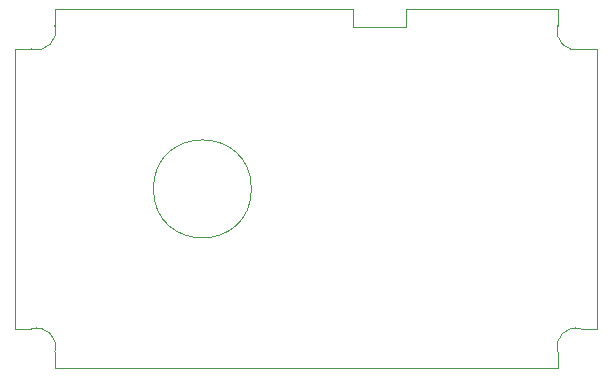
<source format=gbr>
G04 #@! TF.FileFunction,Profile,NP*
%FSLAX46Y46*%
G04 Gerber Fmt 4.6, Leading zero omitted, Abs format (unit mm)*
G04 Created by KiCad (PCBNEW 0.201511300701+6336~38~ubuntu14.04.1-stable) date Wed 02 Dec 2015 03:43:02 PM EET*
%MOMM*%
G01*
G04 APERTURE LIST*
%ADD10C,0.100000*%
G04 APERTURE END LIST*
D10*
X138500000Y-71500000D02*
X138500000Y-69970467D01*
X143000000Y-71500000D02*
X143000000Y-69970467D01*
X111246463Y-97020467D02*
X109876698Y-97020467D01*
X111246463Y-97020467D02*
G75*
G02X113226698Y-99000701I480235J-1500000D01*
G01*
X143000000Y-69970467D02*
X155826698Y-69970467D01*
X113226698Y-69970467D02*
X138500000Y-69970467D01*
X138500000Y-71500000D02*
X143000000Y-71500000D01*
X159176698Y-97020467D02*
X159176698Y-73320467D01*
X157806932Y-97020467D02*
X159176698Y-97020467D01*
X155826698Y-100370467D02*
X155826698Y-99000701D01*
X113226698Y-100370467D02*
X113226698Y-99000701D01*
X111246463Y-73320467D02*
X109876698Y-73320467D01*
X113226698Y-69970467D02*
X113226698Y-71340233D01*
X129876698Y-85170467D02*
G75*
G03X129876698Y-85170467I-4150000J0D01*
G01*
X113226698Y-100370467D02*
X155826698Y-100370467D01*
X109876698Y-73320467D02*
X109876698Y-97020467D01*
X113226698Y-71340233D02*
G75*
G02X111246463Y-73320467I-1500000J-480234D01*
G01*
X157806933Y-73320467D02*
G75*
G02X155826698Y-71340233I-480235J1500000D01*
G01*
X155826698Y-99000702D02*
G75*
G02X157806932Y-97020467I1500000J480235D01*
G01*
X157806932Y-73320467D02*
X159176698Y-73320467D01*
X155826698Y-69970467D02*
X155826698Y-71340233D01*
M02*

</source>
